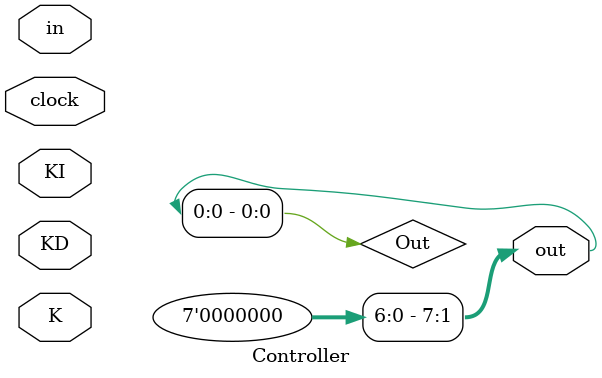
<source format=v>
`timescale 1ns / 1ps



module Controller(
    
    // Basic I/O
    input clock,
    output [7:0] out,
    input [15:0] in,
    
    //Controller multipliers
    input [15:0] K,
    input [15:0] KD,
    input [15:0] KI
    
    );



//Other
reg [7:0] ClockCount = 0;
reg Out;



    
always @(posedge clock)
begin
    
    if (ClockCount == 255) begin
    
        
        
        
        
    
    
        ClockCount = 0;
        
    end else
        
        ClockCount <= ClockCount + 1;
end 

//Assign output
assign out = Out;
    
endmodule

</source>
